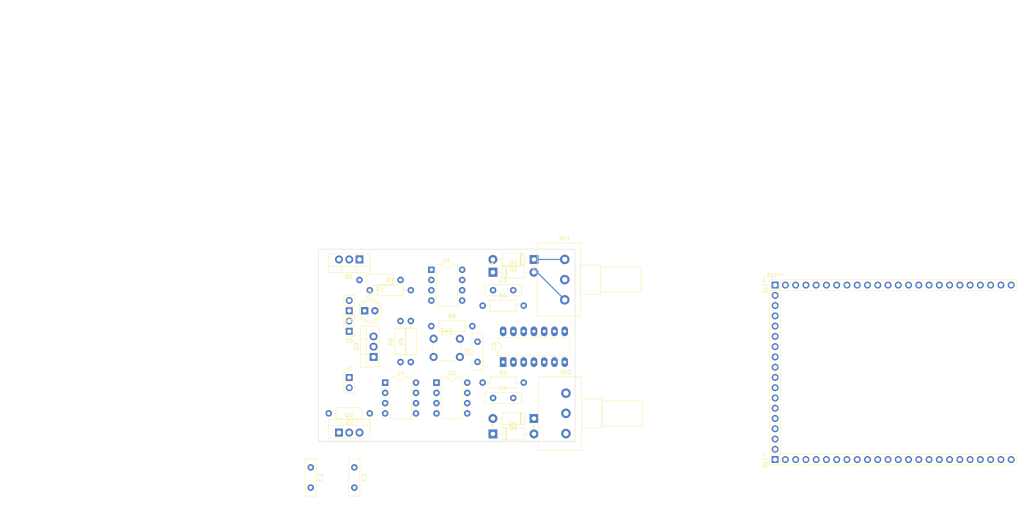
<source format=kicad_pcb>
(kicad_pcb (version 20211014) (generator pcbnew)
  (layers (0 "F.Cu" signal) (31 "B.Cu" signal) (34 "B.Paste" user) (35 "F.Paste" user) (36 "B.SilkS" user "B.Silkscreen") (37 "F.SilkS" user "F.Silkscreen") (38 "B.Mask" user) (39 "F.Mask" user) (44 "Edge.Cuts" user))
  (net 0 "")
  (net 1 "Net-(C1-Pad1)")
  (net 2 "Net-(D1-Pad2)")
  (net 3 "Net-(D3-Pad1)")
  (net 4 "GND")
  (net 5 "Net-(C2-Pad1)")
  (net 6 "+5V")
  (net 7 "Net-(C3-Pad1)")
  (net 8 "Net-(R1-Pad1)")
  (net 9 "Net-(C4-Pad1)")
  (net 10 "Net-(D1-Pad1)")
  (net 11 "Net-(D6-Pad1)")
  (net 12 "Net-(D2-Pad1)")
  (net 13 "Net-(Q2-Pad1)")
  (net 14 "Net-(R2-Pad1)")
  (net 15 "Net-(U1-Pad3)")
  (net 16 "Net-(U2-Pad3)")
  (net 17 "Net-(D4-Pad1)")
  (net 18 "Net-(D4-Pad2)")
  (net 19 "Net-(D5-Pad1)")
  (net 20 "Net-(Q1-Pad1)")
  (net 25 "GNDD")
  (net 26 "Net-(C5-Pad1)")
  (net 27 "Net-(D7-Pad1)")
  (net 28 "Net-(D7-Pad2)")
  (net 29 "Net-(R5-Pad2)")
  (footprint "Connector_PinHeader_2.54mm:PinHeader_1x18_P2.54mm_Vertical" (layer "F.Cu") (at 218.44 92.075)
    (fp_text reference "REF**" (at 0 -2.33) (layer "F.SilkS"))
    (fp_text value "PinHeader_1x18_P2.54mm_Vertical")
    (fp_line (start -1.33 1.27) (end -1.33 44.51) (layer "F.SilkS") (width 0.12))
    (fp_line (start 1.33 1.27) (end 1.33 44.51) (layer "F.SilkS") (width 0.12))
    (fp_line (start -1.33 -1.33) (end 0 -1.33) (layer "F.SilkS") (width 0.12))
    (fp_line (start -1.33 44.51) (end 1.33 44.51) (layer "F.SilkS") (width 0.12))
    (fp_line (start -1.33 1.27) (end 1.33 1.27) (layer "F.SilkS") (width 0.12))
    (fp_line (start -1.33 0) (end -1.33 -1.33) (layer "F.SilkS") (width 0.12))
    (pad "1" thru_hole rect (at 0 0) (size 1.7 1.7) (drill 1) (layers *.Cu *.Mask))
    (pad "2" thru_hole oval (at 0 2.54) (size 1.7 1.7) (drill 1) (layers *.Cu *.Mask))
    (pad "3" thru_hole oval (at 0 5.08) (size 1.7 1.7) (drill 1) (layers *.Cu *.Mask))
    (pad "4" thru_hole oval (at 0 7.62) (size 1.7 1.7) (drill 1) (layers *.Cu *.Mask))
    (pad "5" thru_hole oval (at 0 10.16) (size 1.7 1.7) (drill 1) (layers *.Cu *.Mask))
    (pad "6" thru_hole oval (at 0 12.7) (size 1.7 1.7) (drill 1) (layers *.Cu *.Mask))
    (pad "7" thru_hole oval (at 0 15.24) (size 1.7 1.7) (drill 1) (layers *.Cu *.Mask))
    (pad "8" thru_hole oval (at 0 17.78) (size 1.7 1.7) (drill 1) (layers *.Cu *.Mask))
    (pad "9" thru_hole oval (at 0 20.32) (size 1.7 1.7) (drill 1) (layers *.Cu *.Mask))
    (pad "10" thru_hole oval (at 0 22.86) (size 1.7 1.7) (drill 1) (layers *.Cu *.Mask))
    (pad "11" thru_hole oval (at 0 25.4) (size 1.7 1.7) (drill 1) (layers *.Cu *.Mask))
    (pad "12" thru_hole oval (at 0 27.94) (size 1.7 1.7) (drill 1) (layers *.Cu *.Mask))
    (pad "13" thru_hole oval (at 0 30.48) (size 1.7 1.7) (drill 1) (layers *.Cu *.Mask))
    (pad "14" thru_hole oval (at 0 33.02) (size 1.7 1.7) (drill 1) (layers *.Cu *.Mask))
    (pad "15" thru_hole oval (at 0 35.56) (size 1.7 1.7) (drill 1) (layers *.Cu *.Mask))
    (pad "16" thru_hole oval (at 0 38.1) (size 1.7 1.7) (drill 1) (layers *.Cu *.Mask))
    (pad "17" thru_hole oval (at 0 40.64) (size 1.7 1.7) (drill 1) (layers *.Cu *.Mask))
    (pad "18" thru_hole oval (at 0 43.18) (size 1.7 1.7) (drill 1) (layers *.Cu *.Mask))
  )
  (footprint "Potentiometer_THT:Potentiometer_Alps_RK163_Single_Horizontal" (layer "F.Cu") (at 166.37 95.725)
    (fp_text reference "RV1" (at 0 -15.2) (layer "F.SilkS"))
    (fp_text value "R_Potentiometer")
    (fp_line (start -6.82 -14.07) (end 3.92 -14.07) (layer "F.SilkS") (width 0.12))
    (fp_line (start 8.92 -1.879) (end 18.92 -1.879) (layer "F.SilkS") (width 0.12))
    (fp_line (start 8.92 -8.62) (end 8.92 -1.38) (layer "F.SilkS") (width 0.12))
    (fp_line (start 3.92 -1.38) (end 8.92 -1.38) (layer "F.SilkS") (width 0.12))
    (fp_line (start 3.92 -8.62) (end 3.92 -1.38) (layer "F.SilkS") (width 0.12))
    (fp_line (start 3.92 -14.07) (end 3.92 4.07) (layer "F.SilkS") (width 0.12))
    (fp_line (start -6.82 4.07) (end 3.92 4.07) (layer "F.SilkS") (width 0.12))
    (fp_line (start 3.92 -8.62) (end 8.92 -8.62) (layer "F.SilkS") (width 0.12))
    (fp_line (start -6.82 -14.07) (end -6.82 4.07) (layer "F.SilkS") (width 0.12))
    (fp_line (start 18.92 -8.12) (end 18.92 -1.879) (layer "F.SilkS") (width 0.12))
    (fp_line (start 8.92 -8.12) (end 18.92 -8.12) (layer "F.SilkS") (width 0.12))
    (fp_line (start 8.92 -8.12) (end 8.92 -1.879) (layer "F.SilkS") (width 0.12))
    (pad "1" thru_hole circle (at 0 0) (size 2.34 2.34) (drill 1.3) (layers *.Cu *.Mask) (net 2 "Net-(D1-Pad2)"))
    (pad "2" thru_hole circle (at 0 -5) (size 2.34 2.34) (drill 1.3) (layers *.Cu *.Mask) (net 1 "Net-(C1-Pad1)"))
    (pad "3" thru_hole circle (at 0 -10) (size 2.34 2.34) (drill 1.3) (layers *.Cu *.Mask) (net 12 "Net-(D2-Pad1)"))
  )
  (footprint "Diode_THT:D_DO-41_SOD81_P10.16mm_Horizontal" (layer "F.Cu") (at 148.59 128.905)
    (fp_text reference "D5" (at 5.08 -2.47) (layer "F.SilkS"))
    (fp_text value "1N4001")
    (fp_text user "K" (at 0 -2.1) (layer "F.SilkS"))
    (fp_line (start 2.36 1.47) (end 7.8 1.47) (layer "F.SilkS") (width 0.12))
    (fp_line (start 7.8 1.47) (end 7.8 -1.47) (layer "F.SilkS") (width 0.12))
    (fp_line (start 3.26 -1.47) (end 3.26 1.47) (layer "F.SilkS") (width 0.12))
    (fp_line (start 3.38 -1.47) (end 3.38 1.47) (layer "F.SilkS") (width 0.12))
    (fp_line (start 1.34 0) (end 2.36 0) (layer "F.SilkS") (width 0.12))
    (fp_line (start 8.82 0) (end 7.8 0) (layer "F.SilkS") (width 0.12))
    (fp_line (start 7.8 -1.47) (end 2.36 -1.47) (layer "F.SilkS") (width 0.12))
    (fp_line (start 2.36 -1.47) (end 2.36 1.47) (layer "F.SilkS") (width 0.12))
    (fp_line (start 3.14 -1.47) (end 3.14 1.47) (layer "F.SilkS") (width 0.12))
    (pad "1" thru_hole rect (at 0 0) (size 2.2 2.2) (drill 1.1) (layers *.Cu *.Mask) (net 19 "Net-(D5-Pad1)"))
    (pad "2" thru_hole oval (at 10.16 0) (size 2.2 2.2) (drill 1.1) (layers *.Cu *.Mask) (net 17 "Net-(D4-Pad1)"))
  )
  (footprint "Button_Switch_THT:SW_PUSH_6mm" (layer "F.Cu") (at 133.91 105.355)
    (fp_text reference "SW1" (at 3.25 -2) (layer "F.SilkS"))
    (fp_text value "SW_DIP_x02")
    (fp_line (start 1 5.5) (end 5.5 5.5) (layer "F.SilkS") (width 0.12))
    (fp_line (start 5.5 -1) (end 1 -1) (layer "F.SilkS") (width 0.12))
    (fp_line (start 6.75 3) (end 6.75 1.5) (layer "F.SilkS") (width 0.12))
    (fp_line (start -0.25 1.5) (end -0.25 3) (layer "F.SilkS") (width 0.12))
    (pad "1" thru_hole circle (at 0 0 90) (size 2 2) (drill 1.1) (layers *.Cu *.Mask) (net 29 "Net-(R5-Pad2)"))
    (pad "1" thru_hole circle (at 6.5 0 90) (size 2 2) (drill 1.1) (layers *.Cu *.Mask) (net 29 "Net-(R5-Pad2)"))
    (pad "2" thru_hole circle (at 6.5 4.5 90) (size 2 2) (drill 1.1) (layers *.Cu *.Mask))
    (pad "2" thru_hole circle (at 0 4.5 90) (size 2 2) (drill 1.1) (layers *.Cu *.Mask))
  )
  (footprint "Connector_PinHeader_2.54mm:PinHeader_1x02_P2.54mm_Vertical" (layer "F.Cu") (at 113.03 98.425 180)
    (fp_text reference "D3" (at 0 -2.33) (layer "F.SilkS"))
    (fp_text value "LED_Series")
    (fp_line (start 1.33 1.27) (end 1.33 3.87) (layer "F.SilkS") (width 0.12))
    (fp_line (start -1.33 1.27) (end -1.33 3.87) (layer "F.SilkS") (width 0.12))
    (fp_line (start -1.33 0) (end -1.33 -1.33) (layer "F.SilkS") (width 0.12))
    (fp_line (start -1.33 3.87) (end 1.33 3.87) (layer "F.SilkS") (width 0.12))
    (fp_line (start -1.33 -1.33) (end 0 -1.33) (layer "F.SilkS") (width 0.12))
    (fp_line (start -1.33 1.27) (end 1.33 1.27) (layer "F.SilkS") (width 0.12))
    (pad "1" thru_hole rect (at 0 0 180) (size 1.7 1.7) (drill 1) (layers *.Cu *.Mask) (net 3 "Net-(D3-Pad1)"))
    (pad "2" thru_hole oval (at 0 2.54 180) (size 1.7 1.7) (drill 1) (layers *.Cu *.Mask) (net 6 "+5V"))
  )
  (footprint "Resistor_THT:R_Axial_DIN0207_L6.3mm_D2.5mm_P10.16mm_Horizontal" (layer "F.Cu") (at 125.73 90.805 180)
    (fp_text reference "R1" (at 5.08 -2.37) (layer "F.SilkS"))
    (fp_text value "200")
    (fp_line (start 1.81 1.37) (end 8.35 1.37) (layer "F.SilkS") (width 0.12))
    (fp_line (start 8.35 -1.37) (end 1.81 -1.37) (layer "F.SilkS") (width 0.12))
    (fp_line (start 1.81 -1.37) (end 1.81 1.37) (layer "F.SilkS") (width 0.12))
    (fp_line (start 8.35 1.37) (end 8.35 -1.37) (layer "F.SilkS") (width 0.12))
    (fp_line (start 9.12 0) (end 8.35 0) (layer "F.SilkS") (width 0.12))
    (fp_line (start 1.04 0) (end 1.81 0) (layer "F.SilkS") (width 0.12))
    (pad "1" thru_hole circle (at 0 0 180) (size 1.6 1.6) (drill 0.8) (layers *.Cu *.Mask) (net 8 "Net-(R1-Pad1)"))
    (pad "2" thru_hole oval (at 10.16 0 180) (size 1.6 1.6) (drill 0.8) (layers *.Cu *.Mask) (net 20 "Net-(Q1-Pad1)"))
  )
  (footprint "Capacitor_THT:C_Disc_D9.0mm_W2.5mm_P5.00mm" (layer "F.Cu") (at 103.505 137.2 -90)
    (fp_text reference "C2" (at 2.5 -2.5 90) (layer "F.SilkS"))
    (fp_text value "0.22uF")
    (fp_line (start -2.12 -1.37) (end 7.12 -1.37) (layer "F.SilkS") (width 0.12))
    (fp_line (start 7.12 -1.37) (end 7.12 1.37) (layer "F.SilkS") (width 0.12))
    (fp_line (start -2.12 -1.37) (end -2.12 1.37) (layer "F.SilkS") (width 0.12))
    (fp_line (start -2.12 1.37) (end 7.12 1.37) (layer "F.SilkS") (width 0.12))
    (pad "1" thru_hole circle (at 0 0 270) (size 1.6 1.6) (drill 0.8) (layers *.Cu *.Mask) (net 5 "Net-(C2-Pad1)"))
    (pad "2" thru_hole circle (at 5 0 270) (size 1.6 1.6) (drill 0.8) (layers *.Cu *.Mask) (net 25 "GNDD"))
  )
  (footprint "Connector_PinHeader_2.54mm:PinHeader_1x02_P2.54mm_Vertical" (layer "F.Cu") (at 113.03 114.935)
    (fp_text reference "J1" (at 0 -2.33) (layer "F.SilkS"))
    (fp_text value "Conn_01x02_Male")
    (fp_line (start -1.33 1.27) (end -1.33 3.87) (layer "F.SilkS") (width 0.12))
    (fp_line (start -1.33 3.87) (end 1.33 3.87) (layer "F.SilkS") (width 0.12))
    (fp_line (start 1.33 1.27) (end 1.33 3.87) (layer "F.SilkS") (width 0.12))
    (fp_line (start -1.33 -1.33) (end 0 -1.33) (layer "F.SilkS") (width 0.12))
    (fp_line (start -1.33 0) (end -1.33 -1.33) (layer "F.SilkS") (width 0.12))
    (fp_line (start -1.33 1.27) (end 1.33 1.27) (layer "F.SilkS") (width 0.12))
    (pad "1" thru_hole rect (at 0 0) (size 1.7 1.7) (drill 1) (layers *.Cu *.Mask) (net 6 "+5V"))
    (pad "2" thru_hole oval (at 0 2.54) (size 1.7 1.7) (drill 1) (layers *.Cu *.Mask) (net 25 "GNDD"))
  )
  (footprint "Package_DIP:DIP-14_W7.62mm_LongPads" (layer "F.Cu") (at 151.125 111.14 90)
    (fp_text reference "U3" (at 3.81 -2.33 90) (layer "F.SilkS"))
    (fp_text value "74HC04")
    (fp_line (start 1.56 -1.33) (end 1.56 16.57) (layer "F.SilkS") (width 0.12))
    (fp_line (start 2.81 -1.33) (end 1.56 -1.33) (layer "F.SilkS") (width 0.12))
    (fp_line (start 6.06 16.57) (end 6.06 -1.33) (layer "F.SilkS") (width 0.12))
    (fp_line (start 1.56 16.57) (end 6.06 16.57) (layer "F.SilkS") (width 0.12))
    (fp_line (start 6.06 -1.33) (end 4.81 -1.33) (layer "F.SilkS") (width 0.12))
    (fp_arc (start 4.81 -1.33) (mid 3.81 -0.33) (end 2.81 -1.33) (layer "F.SilkS") (width 0.12))
    (pad "1" thru_hole rect (at 0 0 90) (size 2.4 1.6) (drill 0.8) (layers *.Cu *.Mask) (net 15 "Net-(U1-Pad3)"))
    (pad "2" thru_hole oval (at 0 2.54 90) (size 2.4 1.6) (drill 0.8) (layers *.Cu *.Mask) (net 8 "Net-(R1-Pad1)"))
    (pad "3" thru_hole oval (at 0 5.08 90) (size 2.4 1.6) (drill 0.8) (layers *.Cu *.Mask) (net 16 "Net-(U2-Pad3)"))
    (pad "4" thru_hole oval (at 0 7.62 90) (size 2.4 1.6) (drill 0.8) (layers *.Cu *.Mask) (net 14 "Net-(R2-Pad1)"))
    (pad "5" thru_hole oval (at 0 10.16 90) (size 2.4 1.6) (drill 0.8) (layers *.Cu *.Mask) (net 25 "GNDD"))
    (pad "6" thru_hole oval (at 0 12.7 90) (size 2.4 1.6) (drill 0.8) (layers *.Cu *.Mask))
    (pad "7" thru_hole oval (at 0 15.24 90) (size 2.4 1.6) (drill 0.8) (layers *.Cu *.Mask) (net 25 "GNDD"))
    (pad "8" thru_hole oval (at 7.62 15.24 90) (size 2.4 1.6) (drill 0.8) (layers *.Cu *.Mask))
    (pad "9" thru_hole oval (at 7.62 12.7 90) (size 2.4 1.6) (drill 0.8) (layers *.Cu *.Mask) (net 25 "GNDD"))
    (pad "10" thru_hole oval (at 7.62 10.16 90) (size 2.4 1.6) (drill 0.8) (layers *.Cu *.Mask))
    (pad "11" thru_hole oval (at 7.62 7.62 90) (size 2.4 1.6) (drill 0.8) (layers *.Cu *.Mask) (net 25 "GNDD"))
    (pad "12" thru_hole oval (at 7.62 5.08 90) (size 2.4 1.6) (drill 0.8) (layers *.Cu *.Mask))
    (pad "13" thru_hole oval (at 7.62 2.54 90) (size 2.4 1.6) (drill 0.8) (layers *.Cu *.Mask) (net 25 "GNDD"))
    (pad "14" thru_hole oval (at 7.62 0 90) (size 2.4 1.6) (drill 0.8) (layers *.Cu *.Mask) (net 6 "+5V"))
  )
  (footprint "Connector_PinHeader_2.54mm:PinHeader_1x02_P2.54mm_Vertical" (layer "F.Cu") (at 113.03 103.505 180)
    (fp_text reference "D6" (at 0 -2.33) (layer "F.SilkS"))
    (fp_text value "LED_Series")
    (fp_line (start -1.33 1.27) (end -1.33 3.87) (layer "F.SilkS") (width 0.12))
    (fp_line (start -1.33 3.87) (end 1.33 3.87) (layer "F.SilkS") (width 0.12))
    (fp_line (start -1.33 0) (end -1.33 -1.33) (layer "F.SilkS") (width 0.12))
    (fp_line (start -1.33 -1.33) (end 0 -1.33) (layer "F.SilkS") (width 0.12))
    (fp_line (start 1.33 1.27) (end 1.33 3.87) (layer "F.SilkS") (width 0.12))
    (fp_line (start -1.33 1.27) (end 1.33 1.27) (layer "F.SilkS") (width 0.12))
    (pad "1" thru_hole rect (at 0 0 180) (size 1.7 1.7) (drill 1) (layers *.Cu *.Mask) (net 11 "Net-(D6-Pad1)"))
    (pad "2" thru_hole oval (at 0 2.54 180) (size 1.7 1.7) (drill 1) (layers *.Cu *.Mask) (net 6 "+5V"))
  )
  (footprint "Diode_THT:D_DO-41_SOD81_P10.16mm_Horizontal" (layer "F.Cu") (at 148.59 88.9)
    (fp_text reference "D1" (at 5.08 -2.47) (layer "F.SilkS"))
    (fp_text value "1N4001")
    (fp_text user "K" (at 0 -2.1) (layer "F.SilkS"))
    (fp_line (start 3.14 -1.47) (end 3.14 1.47) (layer "F.SilkS") (width 0.12))
    (fp_line (start 7.8 -1.47) (end 2.36 -1.47) (layer "F.SilkS") (width 0.12))
    (fp_line (start 7.8 1.47) (end 7.8 -1.47) (layer "F.SilkS") (width 0.12))
    (fp_line (start 2.36 -1.47) (end 2.36 1.47) (layer "F.SilkS") (width 0.12))
    (fp_line (start 1.34 0) (end 2.36 0) (layer "F.SilkS") (width 0.12))
    (fp_line (start 8.82 0) (end 7.8 0) (layer "F.SilkS") (width 0.12))
    (fp_line (start 3.26 -1.47) (end 3.26 1.47) (layer "F.SilkS") (width 0.12))
    (fp_line (start 3.38 -1.47) (end 3.38 1.47) (layer "F.SilkS") (width 0.12))
    (fp_line (start 2.36 1.47) (end 7.8 1.47) (layer "F.SilkS") (width 0.12))
    (pad "1" thru_hole rect (at 0 0) (size 2.2 2.2) (drill 1.1) (layers *.Cu *.Mask) (net 10 "Net-(D1-Pad1)"))
    (pad "2" thru_hole oval (at 10.16 0) (size 2.2 2.2) (drill 1.1) (layers *.Cu *.Mask) (net 2 "Net-(D1-Pad2)"))
  )
  (footprint "Package_DIP:DIP-8_W7.62mm" (layer "F.Cu") (at 134.62 116.215)
    (fp_text reference "U2" (at 3.81 -2.33) (layer "F.SilkS"))
    (fp_text value "LM555xN")
    (fp_line (start 1.16 8.95) (end 6.46 8.95) (layer "F.SilkS") (width 0.12))
    (fp_line (start 6.46 8.95) (end 6.46 -1.33) (layer "F.SilkS") (width 0.12))
    (fp_line (start 1.16 -1.33) (end 1.16 8.95) (layer "F.SilkS") (width 0.12))
    (fp_line (start 2.81 -1.33) (end 1.16 -1.33) (layer "F.SilkS") (width 0.12))
    (fp_line (start 6.46 -1.33) (end 4.81 -1.33) (layer "F.SilkS") (width 0.12))
    (fp_arc (start 4.81 -1.33) (mid 3.81 -0.33) (end 2.81 -1.33) (layer "F.SilkS") (width 0.12))
    (pad "1" thru_hole rect (at 0 0) (size 1.6 1.6) (drill 0.8) (layers *.Cu *.Mask) (net 25 "GNDD"))
    (pad "2" thru_hole oval (at 0 2.54) (size 1.6 1.6) (drill 0.8) (layers *.Cu *.Mask) (net 9 "Net-(C4-Pad1)"))
    (pad "3" thru_hole oval (at 0 5.08) (size 1.6 1.6) (drill 0.8) (layers *.Cu *.Mask) (net 16 "Net-(U2-Pad3)"))
    (pad "4" thru_hole oval (at 0 7.62) (size 1.6 1.6) (drill 0.8) (layers *.Cu *.Mask) (net 6 "+5V"))
    (pad "5" thru_hole oval (at 7.62 7.62) (size 1.6 1.6) (drill 0.8) (layers *.Cu *.Mask) (net 7 "Net-(C3-Pad1)"))
    (pad "6" thru_hole oval (at 7.62 5.08) (size 1.6 1.6) (drill 0.8) (layers *.Cu *.Mask) (net 9 "Net-(C4-Pad1)"))
    (pad "7" thru_hole oval (at 7.62 2.54) (size 1.6 1.6) (drill 0.8) (layers *.Cu *.Mask) (net 17 "Net-(D4-Pad1)"))
    (pad "8" thru_hole oval (at 7.62 0) (size 1.6 1.6) (drill 0.8) (layers *.Cu *.Mask) (net 6 "+5V"))
  )
  (footprint "Resistor_THT:R_Axial_DIN0207_L6.3mm_D2.5mm_P10.16mm_Horizontal" (layer "F.Cu") (at 128.27 111.125 90)
    (fp_text reference "R5" (at 5.08 -2.37 90) (layer "F.SilkS"))
    (fp_text value "10K")
    (fp_line (start 8.35 -1.37) (end 1.81 -1.37) (layer "F.SilkS") (width 0.12))
    (fp_line (start 1.04 0) (end 1.81 0) (layer "F.SilkS") (width 0.12))
    (fp_line (start 1.81 -1.37) (end 1.81 1.37) (layer "F.SilkS") (width 0.12))
    (fp_line (start 1.81 1.37) (end 8.35 1.37) (layer "F.SilkS") (width 0.12))
    (fp_line (start 8.35 1.37) (end 8.35 -1.37) (layer "F.SilkS") (width 0.12))
    (fp_line (start 9.12 0) (end 8.35 0) (layer "F.SilkS") (width 0.12))
    (pad "1" thru_hole circle (at 0 0 90) (size 1.6 1.6) (drill 0.8) (layers *.Cu *.Mask) (net 6 "+5V"))
    (pad "2" thru_hole oval (at 10.16 0 90) (size 1.6 1.6) (drill 0.8) (layers *.Cu *.Mask) (net 29 "Net-(R5-Pad2)"))
  )
  (footprint "Resistor_THT:R_Axial_DIN0207_L6.3mm_D2.5mm_P10.16mm_Horizontal" (layer "F.Cu") (at 118.11 123.825 180)
    (fp_text reference "R2" (at 5.08 -2.37) (layer "F.SilkS"))
    (fp_text value "200")
    (fp_line (start 1.81 1.37) (end 8.35 1.37) (layer "F.SilkS") (width 0.12))
    (fp_line (start 8.35 1.37) (end 8.35 -1.37) (layer "F.SilkS") (width 0.12))
    (fp_line (start 8.35 -1.37) (end 1.81 -1.37) (layer "F.SilkS") (width 0.12))
    (fp_line (start 1.04 0) (end 1.81 0) (layer "F.SilkS") (width 0.12))
    (fp_line (start 1.81 -1.37) (end 1.81 1.37) (layer "F.SilkS") (width 0.12))
    (fp_line (start 9.12 0) (end 8.35 0) (layer "F.SilkS") (width 0.12))
    (pad "1" thru_hole circle (at 0 0 180) (size 1.6 1.6) (drill 0.8) (layers *.Cu *.Mask) (net 14 "Net-(R2-Pad1)"))
    (pad "2" thru_hole oval (at 10.16 0 180) (size 1.6 1.6) (drill 0.8) (layers *.Cu *.Mask) (net 13 "Net-(Q2-Pad1)"))
  )
  (footprint "Resistor_THT:R_Axial_DIN0207_L6.3mm_D2.5mm_P10.16mm_Horizontal" (layer "F.Cu") (at 146.05 97.155)
    (fp_text reference "R4" (at 5.08 -2.37) (layer "F.SilkS"))
    (fp_text value "1K")
    (fp_line (start 1.81 1.37) (end 8.35 1.37) (layer "F.SilkS") (width 0.12))
    (fp_line (start 1.04 0) (end 1.81 0) (layer "F.SilkS") (width 0.12))
    (fp_line (start 9.12 0) (end 8.35 0) (layer "F.SilkS") (width 0.12))
    (fp_line (start 8.35 -1.37) (end 1.81 -1.37) (layer "F.SilkS") (width 0.12))
    (fp_line (start 8.35 1.37) (end 8.35 -1.37) (layer "F.SilkS") (width 0.12))
    (fp_line (start 1.81 -1.37) (end 1.81 1.37) (layer "F.SilkS") (width 0.12))
    (pad "1" thru_hole circle (at 0 0) (size 1.6 1.6) (drill 0.8) (layers *.Cu *.Mask) (net 6 "+5V"))
    (pad "2" thru_hole oval (at 10.16 0) (size 1.6 1.6) (drill 0.8) (layers *.Cu *.Mask) (net 10 "Net-(D1-Pad1)"))
  )
  (footprint "Diode_THT:D_DO-41_SOD81_P10.16mm_Horizontal" (layer "F.Cu") (at 158.75 85.725 180)
    (fp_text reference "D2" (at 5.08 -2.47) (layer "F.SilkS"))
    (fp_text value "1N4001")
    (fp_text user "K" (at 0 -2.1) (layer "F.SilkS"))
    (fp_line (start 7.8 1.47) (end 7.8 -1.47) (layer "F.SilkS") (width 0.12))
    (fp_line (start 2.36 1.47) (end 7.8 1.47) (layer "F.SilkS") (width 0.12))
    (fp_line (start 3.38 -1.47) (end 3.38 1.47) (layer "F.SilkS") (width 0.12))
    (fp_line (start 2.36 -1.47) (end 2.36 1.47) (layer "F.SilkS") (width 0.12))
    (fp_line (start 3.26 -1.47) (end 3.26 1.47) (layer "F.SilkS") (width 0.12))
    (fp_line (start 3.14 -1.47) (end 3.14 1.47) (layer "F.SilkS") (width 0.12))
    (fp_line (start 7.8 -1.47) (end 2.36 -1.47) (layer "F.SilkS") (width 0.12))
    (fp_line (start 1.34 0) (end 2.36 0) (layer "F.SilkS") (width 0.12))
    (fp_line (start 8.82 0) (end 7.8 0) (layer "F.SilkS") (width 0.12))
    (pad "1" thru_hole rect (at 0 0 180) (size 2.2 2.2) (drill 1.1) (layers *.Cu *.Mask) (net 12 "Net-(D2-Pad1)"))
    (pad "2" thru_hole oval (at 10.16 0 180) (size 2.2 2.2) (drill 1.1) (layers *.Cu *.Mask) (net 10 "Net-(D1-Pad1)"))
  )
  (footprint "Diode_THT:D_DO-41_SOD81_P10.16mm_Horizontal" (layer "F.Cu") (at 158.75 125.095 180)
    (fp_text reference "D4" (at 5.08 -2.47) (layer "F.SilkS"))
    (fp_text value "1N4001")
    (fp_text user "K" (at 0 -2.1) (layer "F.SilkS"))
    (fp_line (start 2.36 1.47) (end 7.8 1.47) (layer "F.SilkS") (width 0.12))
    (fp_line (start 7.8 1.47) (end 7.8 -1.47) (layer "F.SilkS") (width 0.12))
    (fp_line (start 3.26 -1.47) (end 3.26 1.47) (layer "F.SilkS") (width 0.12))
    (fp_line (start 7.8 -1.47) (end 2.36 -1.47) (layer "F.SilkS") (width 0.12))
    (fp_line (start 8.82 0) (end 7.8 0) (layer "F.SilkS") (width 0.12))
    (fp_line (start 3.38 -1.47) (end 3.38 1.47) (layer "F.SilkS") (width 0.12))
    (fp_line (start 2.36 -1.47) (end 2.36 1.47) (layer "F.SilkS") (width 0.12))
    (fp_line (start 1.34 0) (end 2.36 0) (layer "F.SilkS") (width 0.12))
    (fp_line (start 3.14 -1.47) (end 3.14 1.47) (layer "F.SilkS") (width 0.12))
    (pad "1" thru_hole rect (at 0 0 180) (size 2.2 2.2) (drill 1.1) (layers *.Cu *.Mask) (net 17 "Net-(D4-Pad1)"))
    (pad "2" thru_hole oval (at 10.16 0 180) (size 2.2 2.2) (drill 1.1) (layers *.Cu *.Mask) (net 18 "Net-(D4-Pad2)"))
  )
  (footprint "Capacitor_THT:C_Disc_D9.0mm_W2.5mm_P5.00mm" (layer "F.Cu") (at 114.3 137.2 -90)
    (fp_text reference "C3" (at 2.5 -2.5 90) (layer "F.SilkS"))
    (fp_text value "0.22uF")
    (fp_line (start -2.12 -1.37) (end -2.12 1.37) (layer "F.SilkS") (width 0.12))
    (fp_line (start 7.12 -1.37) (end 7.12 1.37) (layer "F.SilkS") (width 0.12))
    (fp_line (start -2.12 1.37) (end 7.12 1.37) (layer "F.SilkS") (width 0.12))
    (fp_line (start -2.12 -1.37) (end 7.12 -1.37) (layer "F.SilkS") (width 0.12))
    (pad "1" thru_hole circle (at 0 0 270) (size 1.6 1.6) (drill 0.8) (layers *.Cu *.Mask) (net 7 "Net-(C3-Pad1)"))
    (pad "2" thru_hole circle (at 5 0 270) (size 1.6 1.6) (drill 0.8) (layers *.Cu *.Mask) (net 25 "GNDD"))
  )
  (footprint "Package_DIP:DIP-8_W7.62mm" (layer "F.Cu") (at 121.93 116.215)
    (fp_text reference "U4" (at 3.81 -2.33) (layer "F.SilkS"))
    (fp_text value "LM555xN")
    (fp_line (start 1.16 8.95) (end 6.46 8.95) (layer "F.SilkS") (width 0.12))
    (fp_line (start 6.46 8.95) (end 6.46 -1.33) (layer "F.SilkS") (width 0.12))
    (fp_line (start 1.16 -1.33) (end 1.16 8.95) (layer "F.SilkS") (width 0.12))
    (fp_line (start 2.81 -1.33) (end 1.16 -1.33) (layer "F.SilkS") (width 0.12))
    (fp_line (start 6.46 -1.33) (end 4.81 -1.33) (layer "F.SilkS") (width 0.12))
    (fp_arc (start 4.81 -1.33) (mid 3.81 -0.33) (end 2.81 -1.33) (layer "F.SilkS") (width 0.12))
    (pad "1" thru_hole rect (at 0 0) (size 1.6 1.6) (drill 0.8) (layers *.Cu *.Mask) (net 4 "GND"))
    (pad "2" thru_hole oval (at 0 2.54) (size 1.6 1.6) (drill 0.8) (layers *.Cu *.Mask) (net 29 "Net-(R5-Pad2)"))
    (pad "3" thru_hole oval (at 0 5.08) (size 1.6 1.6) (drill 0.8) (layers *.Cu *.Mask) (net 28 "Net-(D7-Pad2)"))
    (pad "4" thru_hole oval (at 0 7.62) (size 1.6 1.6) (drill 0.8) (layers *.Cu *.Mask) (net 6 "+5V"))
    (pad "5" thru_hole oval (at 7.62 7.62) (size 1.6 1.6) (drill 0.8) (layers *.Cu *.Mask))
    (pad "6" thru_hole oval (at 7.62 5.08) (size 1.6 1.6) (drill 0.8) (layers *.Cu *.Mask) (net 29 "Net-(R5-Pad2)"))
    (pad "7" thru_hole oval (at 7.62 2.54) (size 1.6 1.6) (drill 0.8) (layers *.Cu *.Mask))
    (pad "8" thru_hole oval (at 7.62 0) (size 1.6 1.6) (drill 0.8) (layers *.Cu *.Mask) (net 6 "+5V"))
  )
  (footprint "Capacitor_THT:C_Disc_D9.0mm_W2.5mm_P5.00mm" (layer "F.Cu") (at 148.63 93.345)
    (fp_text reference "C1" (at 2.5 -2.5) (layer "F.SilkS"))
    (fp_text value "0.1uF")
    (fp_line (start -2.12 -1.37) (end 7.12 -1.37) (layer "F.SilkS") (width 0.12))
    (fp_line (start -2.12 -1.37) (end -2.12 1.37) (layer "F.SilkS") (width 0.12))
    (fp_line (start -2.12 1.37) (end 7.12 1.37) (layer "F.SilkS") (width 0.12))
    (fp_line (start 7.12 -1.37) (end 7.12 1.37) (layer "F.SilkS") (width 0.12))
    (pad "1" thru_hole circle (at 0 0) (size 1.6 1.6) (drill 0.8) (layers *.Cu *.Mask) (net 1 "Net-(C1-Pad1)"))
    (pad "2" thru_hole circle (at 5 0) (size 1.6 1.6) (drill 0.8) (layers *.Cu *.Mask) (net 25 "GNDD"))
  )
  (footprint "Resistor_THT:R_Axial_DIN0207_L6.3mm_D2.5mm_P10.16mm_Horizontal" (layer "F.Cu") (at 118.11 93.345)
    (fp_text reference "R7" (at 5.08 -2.37) (layer "F.SilkS"))
    (fp_text value "470")
    (fp_line (start 8.35 -1.37) (end 1.81 -1.37) (layer "F.SilkS") (width 0.12))
    (fp_line (start 1.04 0) (end 1.81 0) (layer "F.SilkS") (width 0.12))
    (fp_line (start 1.81 1.37) (end 8.35 1.37) (layer "F.SilkS") (width 0.12))
    (fp_line (start 1.81 -1.37) (end 1.81 1.37) (layer "F.SilkS") (width 0.12))
    (fp_line (start 8.35 1.37) (end 8.35 -1.37) (layer "F.SilkS") (width 0.12))
    (fp_line (start 9.12 0) (end 8.35 0) (layer "F.SilkS") (width 0.12))
    (pad "1" thru_hole circle (at 0 0) (size 1.6 1.6) (drill 0.8) (layers *.Cu *.Mask) (net 27 "Net-(D7-Pad1)"))
    (pad "2" thru_hole oval (at 10.16 0) (size 1.6 1.6) (drill 0.8) (layers *.Cu *.Mask) (net 4 "GND"))
  )
  (footprint "Capacitor_THT:C_Disc_D9.0mm_W2.5mm_P5.00mm" (layer "F.Cu") (at 144.78 111.085 90)
    (fp_text reference "C5" (at 2.5 -2.5 90) (layer "F.SilkS"))
    (fp_text value "1uF")
    (fp_line (start 7.12 -1.37) (end 7.12 1.37) (layer "F.SilkS") (width 0.12))
    (fp_line (start -2.12 -1.37) (end -2.12 1.37) (layer "F.SilkS") (width 0.12))
    (fp_line (start -2.12 -1.37) (end 7.12 -1.37) (layer "F.SilkS") (width 0.12))
    (fp_line (start -2.12 1.37) (end 7.12 1.37) (layer "F.SilkS") (width 0.12))
    (pad "1" thru_hole circle (at 0 0 90) (size 1.6 1.6) (drill 0.8) (layers *.Cu *.Mask) (net 26 "Net-(C5-Pad1)"))
    (pad "2" thru_hole circle (at 5 0 90) (size 1.6 1.6) (drill 0.8) (layers *.Cu *.Mask) (net 4 "GND"))
  )
  (footprint "Package_TO_SOT_THT:TO-220-3_Vertical" (layer "F.Cu") (at 119.055 109.855 90)
    (fp_text reference "Q3" (at 2.54 -4.27 90) (layer "F.SilkS"))
    (fp_text value "IRLB8721PBF")
    (fp_line (start -2.58 -3.27) (end -2.58 1.371) (layer "F.SilkS") (width 0.12))
    (fp_line (start -2.58 1.371) (end 7.66 1.371) (layer "F.SilkS") (width 0.12))
    (fp_line (start 7.66 -3.27) (end 7.66 1.371) (layer "F.SilkS") (width 0.12))
    (fp_line (start -2.58 -3.27) (end 7.66 -3.27) (layer "F.SilkS") (width 0.12))
    (fp_line (start 0.69 -3.27) (end 0.69 -1.76) (layer "F.SilkS") (width 0.12))
    (fp_line (start -2.58 -1.76) (end 7.66 -1.76) (layer "F.SilkS") (width 0.12))
    (fp_line (start 4.391 -3.27) (end 4.391 -1.76) (layer "F.SilkS") (width 0.12))
    (pad "1" thru_hole rect (at 0 0 90) (size 1.905 2) (drill 1.1) (layers *.Cu *.Mask) (net 28 "Net-(D7-Pad2)"))
    (pad "2" thru_hole oval (at 2.54 0 90) (size 1.905 2) (drill 1.1) (layers *.Cu *.Mask) (net 25 "GNDD"))
    (pad "3" thru_hole oval (at 5.08 0 90) (size 1.905 2) (drill 1.1) (layers *.Cu *.Mask) (net 4 "GND"))
  )
  (footprint "Connector_PinHeader_2.54mm:PinHeader_1x24_P2.54mm_Vertical" (layer "F.Cu") (at 218.44 135.255 90)
    (fp_text reference "REF**" (at 0 -2.33 90) (layer "F.SilkS"))
    (fp_text value "PinHeader_1x24_P2.54mm_Vertical")
    (fp_line (start -1.33 59.75) (end 1.33 59.75) (layer "F.SilkS") (width 0.12))
    (fp_line (start -1.33 0) (end -1.33 -1.33) (layer "F.SilkS") (width 0.12))
    (fp_line (start -1.33 1.27) (end -1.33 59.75) (layer "F.SilkS") (width 0.12))
    (fp_line (start 1.33 1.27) (end 1.33 59.75) (layer "F.SilkS") (width 0.12))
    (fp_line (start -1.33 -1.33) (end 0 -1.33) (layer "F.SilkS") (width 0.12))
    (fp_line (start -1.33 1.27) (end 1.33 1.27) (layer "F.SilkS") (width 0.12))
    (pad "1" thru_hole rect (at 0 0 90) (size 1.7 1.7) (drill 1) (layers *.Cu *.Mask))
    (pad "2" thru_hole oval (at 0 2.54 90) (size 1.7 1.7) (drill 1) (layers *.Cu *.Mask))
    (pad "3" thru_hole oval (at 0 5.08 90) (size 1.7 1.7) (drill 1) (layers *.Cu *.Mask))
    (pad "4" thru_hole oval (at 0 7.62 90) (size 1.7 1.7) (drill 1) (layers *.Cu *.Mask))
    (pad "5" thru_hole oval (at 0 10.16 90) (size 1.7 1.7) (drill 1) (layers *.Cu *.Mask))
    (pad "6" thru_hole oval (at 0 12.7 90) (size 1.7 1.7) (drill 1) (layers *.Cu *.Mask))
    (pad "7" thru_hole oval (at 0 15.24 90) (size 1.7 1.7) (drill 1) (layers *.Cu *.Mask))
    (pad "8" thru_hole oval (at 0 17.78 90) (size 1.7 1.7) (drill 1) (layers *.Cu *.Mask))
    (pad "9" thru_hole oval (at 0 20.32 90) (size 1.7 1.7) (drill 1) (layers *.Cu *.Mask))
    (pad "10" thru_hole oval (at 0 22.86 90) (size 1.7 1.7) (drill 1) (layers *.Cu *.Mask))
    (pad "11" thru_hole oval (at 0 25.4 90) (size 1.7 1.7) (drill 1) (layers *.Cu *.Mask))
    (pad "12" thru_hole oval (at 0 27.94 90) (size 1.7 1.7) (drill 1) (layers *.Cu *.Mask))
    (pad "13" thru_hole oval (at 0 30.48 90) (size 1.7 1.7) (drill 1) (layers *.Cu *.Mask))
    (pad "14" thru_hole oval (at 0 33.02 90) (size 1.7 1.7) (drill 1) (layers *.Cu *.Mask))
    (pad "15" thru_hole oval (at 0 35.56 90) (size 1.7 1.7) (drill 1) (layers *.Cu *.Mask))
    (pad "16" thru_hole oval (at 0 38.1 90) (size 1.7 1.7) (drill 1) (layers *.Cu *.Mask))
    (pad "17" thru_hole oval (at 0 40.64 90) (size 1.7 1.7) (drill 1) (layers *.Cu *.Mask))
    (pad "18" thru_hole oval (at 0 43.18 90) (size 1.7 1.7) (drill 1) (layers *.Cu *.Mask))
    (pad "19" thru_hole oval (at 0 45.72 90) (size 1.7 1.7) (drill 1) (layers *.Cu *.Mask))
    (pad "20" thru_hole oval (at 0 48.26 90) (size 1.7 1.7) (drill 1) (layers *.Cu *.Mask))
    (pad "21" thru_hole oval (at 0 50.8 90) (size 1.7 1.7) (drill 1) (layers *.Cu *.Mask))
    (pad "22" thru_hole oval (at 0 53.34 90) (size 1.7 1.7) (drill 1) (layers *.Cu *.Mask))
    (pad "23" thru_hole oval (at 0 55.88 90) (size 1.7 1.7) (drill 1) (layers *.Cu *.Mask))
    (pad "24" thru_hole oval (at 0 58.42 90) (size 1.7 1.7) (drill 1) (layers *.Cu *.Mask))
  )
  (footprint "Connector_PinHeader_2.54mm:PinHeader_1x24_P2.54mm_Vertical" (layer "F.Cu") (at 218.44 92.075 90)
    (fp_text reference "REF**" (at 0 -2.33 90) (layer "F.SilkS"))
    (fp_text value "PinHeader_1x24_P2.54mm_Vertical")
    (fp_line (start -1.33 59.75) (end 1.33 59.75) (layer "F.SilkS") (width 0.12))
    (fp_line (start -1.33 0) (end -1.33 -1.33) (layer "F.SilkS") (width 0.12))
    (fp_line (start -1.33 1.27) (end -1.33 59.75) (layer "F.SilkS") (width 0.12))
    (fp_line (start 1.33 1.27) (end 1.33 59.75) (layer "F.SilkS") (width 0.12))
    (fp_line (start -1.33 -1.33) (end 0 -1.33) (layer "F.SilkS") (width 0.12))
    (fp_line (start -1.33 1.27) (end 1.33 1.27) (layer "F.SilkS") (width 0.12))
    (pad "1" thru_hole rect (at 0 0 90) (size 1.7 1.7) (drill 1) (layers *.Cu *.Mask))
    (pad "2" thru_hole oval (at 0 2.54 90) (size 1.7 1.7) (drill 1) (layers *.Cu *.Mask))
    (pad "3" thru_hole oval (at 0 5.08 90) (size 1.7 1.7) (drill 1) (layers *.Cu *.Mask))
    (pad "4" thru_hole oval (at 0 7.62 90) (size 1.7 1.7) (drill 1) (layers *.Cu *.Mask))
    (pad "5" thru_hole oval (at 0 10.16 90) (size 1.7 1.7) (drill 1) (layers *.Cu *.Mask))
    (pad "6" thru_hole oval (at 0 12.7 90) (size 1.7 1.7) (drill 1) (layers *.Cu *.Mask))
    (pad "7" thru_hole oval (at 0 15.24 90) (size 1.7 1.7) (drill 1) (layers *.Cu *.Mask))
    (pad "8" thru_hole oval (at 0 17.78 90) (size 1.7 1.7) (drill 1) (layers *.Cu *.Mask))
    (pad "9" thru_hole oval (at 0 20.32 90) (size 1.7 1.7) (drill 1) (layers *.Cu *.Mask))
    (pad "10" thru_hole oval (at 0 22.86 90) (size 1.7 1.7) (drill 1) (layers *.Cu *.Mask))
    (pad "11" thru_hole oval (at 0 25.4 90) (size 1.7 1.7) (drill 1) (layers *.Cu *.Mask))
    (pad "12" thru_hole oval (at 0 27.94 90) (size 1.7 1.7) (drill 1) (layers *.Cu *.Mask))
    (pad "13" thru_hole oval (at 0 30.48 90) (size 1.7 1.7) (drill 1) (layers *.Cu *.Mask))
    (pad "14" thru_hole oval (at 0 33.02 90) (size 1.7 1.7) (drill 1) (layers *.Cu *.Mask))
    (pad "15" thru_hole oval (at 0 35.56 90) (size 1.7 1.7) (drill 1) (layers *.Cu *.Mask))
    (pad "16" thru_hole oval (at 0 38.1 90) (size 1.7 1.7) (drill 1) (layers *.Cu *.Mask))
    (pad "17" thru_hole oval (at 0 40.64 90) (size 1.7 1.7) (drill 1) (layers *.Cu *.Mask))
    (pad "18" thru_hole oval (at 0 43.18 90) (size 1.7 1.7) (drill 1) (layers *.Cu *.Mask))
    (pad "19" thru_hole oval (at 0 45.72 90) (size 1.7 1.7) (drill 1) (layers *.Cu *.Mask))
    (pad "20" thru_hole oval (at 0 48.26 90) (size 1.7 1.7) (drill 1) (layers *.Cu *.Mask))
    (pad "21" thru_hole oval (at 0 50.8 90) (size 1.7 1.7) (drill 1) (layers *.Cu *.Mask))
    (pad "22" thru_hole oval (at 0 53.34 90) (size 1.7 1.7) (drill 1) (layers *.Cu *.Mask))
    (pad "23" thru_hole oval (at 0 55.88 90) (size 1.7 1.7) (drill 1) (layers *.Cu *.Mask))
    (pad "24" thru_hole oval (at 0 58.42 90) (size 1.7 1.7) (drill 1) (layers *.Cu *.Mask))
  )
  (footprint "LED_THT:LED_D5.0mm" (layer "F.Cu") (at 116.84 98.425)
    (fp_text reference "D7" (at 1.27 -3.96) (layer "F.SilkS"))
    (fp_text value "LED")
    (fp_line (start -1.29 -1.545) (end -1.29 1.545) (layer "F.SilkS") (width 0.12))
    (fp_arc (start 4.26 -0.000462) (mid 2.072002 2.880433) (end -1.29 1.54483) (layer "F.SilkS") (width 0.12))
    (fp_arc (start -1.29 -1.54483) (mid 2.072002 -2.880433) (end 4.26 0.000462) (layer "F.SilkS") (width 0.12))
    (fp_circle (center 1.27 0) (end 3.77 0) (layer "F.SilkS") (width 0.12) (fill none))
    (pad "1" thru_hole rect (at 0 0) (size 1.8 1.8) (drill 0.9) (layers *.Cu *.Mask) (net 27 "Net-(D7-Pad1)"))
    (pad "2" thru_hole circle (at 2.54 0) (size 1.8 1.8) (drill 0.9) (layers *.Cu *.Mask) (net 28 "Net-(D7-Pad2)"))
  )
  (footprint "Potentiometer_THT:Potentiometer_Alps_RK163_Single_Horizontal" (layer "F.Cu") (at 166.67 128.825)
    (fp_text reference "RV2" (at 0 -15.2) (layer "F.SilkS"))
    (fp_text value "R_Potentiometer")
    (fp_line (start 3.92 -1.38) (end 8.92 -1.38) (layer "F.SilkS") (width 0.12))
    (fp_line (start 3.92 -14.07) (end 3.92 4.07) (layer "F.SilkS") (width 0.12))
    (fp_line (start 3.92 -8.62) (end 3.92 -1.38) (layer "F.SilkS") (width 0.12))
    (fp_line (start 8.92 -8.62) (end 8.92 -1.38) (layer "F.SilkS") (width 0.12))
    (fp_line (start 18.92 -8.12) (end 18.92 -1.879) (layer "F.SilkS") (width 0.12))
    (fp_line (start 8.92 -8.12) (end 8.92 -1.879) (layer "F.SilkS") (width 0.12))
    (fp_line (start 8.92 -1.879) (end 18.92 -1.879) (layer "F.SilkS") (width 0.12))
    (fp_line (start 8.92 -8.12) (end 18.92 -8.12) (layer "F.SilkS") (width 0.12))
    (fp_line (start -6.82 4.07) (end 3.92 4.07) (layer "F.SilkS") (width 0.12))
    (fp_line (start 3.92 -8.62) (end 8.92 -8.62) (layer "F.SilkS") (width 0.12))
    (fp_line (start -6.82 -14.07) (end 3.92 -14.07) (layer "F.SilkS") (width 0.12))
    (fp_line (start -6.82 -14.07) (end -6.82 4.07) (layer "F.SilkS") (width 0.12))
    (pad "1" thru_hole circle (at 0 0) (size 2.34 2.34) (drill 1.3) (layers *.Cu *.Mask) (net 18 "Net-(D4-Pad2)"))
    (pad "2" thru_hole circle (at 0 -5) (size 2.34 2.34) (drill 1.3) (layers *.Cu *.Mask) (net 9 "Net-(C4-Pad1)"))
    (pad "3" thru_hole circle (at 0 -10) (size 2.34 2.34) (drill 1.3) (layers *.Cu *.Mask) (net 19 "Net-(D5-Pad1)"))
  )
  (footprint "Package_DIP:DIP-8_W7.62mm" (layer "F.Cu") (at 133.36 88.275)
    (fp_text reference "U1" (at 3.81 -2.33) (layer "F.SilkS"))
    (fp_text value "LM555xN")
    (fp_line (start 1.16 8.95) (end 6.46 8.95) (layer "F.SilkS") (width 0.12))
    (fp_line (start 1.16 -1.33) (end 1.16 8.95) (layer "F.SilkS") (width 0.12))
    (fp_line (start 2.81 -1.33) (end 1.16 -1.33) (layer "F.SilkS") (width 0.12))
    (fp_line (start 6.46 8.95) (end 6.46 -1.33) (layer "F.SilkS") (width 0.12))
    (fp_line (start 6.46 -1.33) (end 4.81 -1.33) (layer "F.SilkS") (width 0.12))
    (fp_arc (start 4.81 -1.33) (mid 3.81 -0.33) (end 2.81 -1.33) (layer "F.SilkS") (width 0.12))
    (pad "1" thru_hole rect (at 0 0) (size 1.6 1.6) (drill 0.8) (layers *.Cu *.Mask) (net 25 "GNDD"))
    (pad "2" thru_hole oval (at 0 2.54) (size 1.6 1.6) (drill 0.8) (layers *.Cu *.Mask) (net 1 "Net-(C1-Pad1)"))
    (pad "3" thru_hole oval (at 0 5.08) (size 1.6 1.6) (drill 0.8) (layers *.Cu *.Mask) (net 15 "Net-(U1-Pad3)"))
    (pad "4" thru_hole oval (at 0 7.62) (size 1.6 1.6) (drill 0.8) (layers *.Cu *.Mask) (net 6 "+5V"))
    (pad "5" thru_hole oval (at 7.62 7.62) (size 1.6 1.6) (drill 0.8) (layers *.Cu *.Mask) (net 5 "Net-(C2-Pad1)"))
    (pad "6" thru_hole oval (at 7.62 5.08) (size 1.6 1.6) (drill 0.8) (layers *.Cu *.Mask) (net 1 "Net-(C1-Pad1)"))
    (pad "7" thru_hole oval (at 7.62 2.54) (size 1.6 1.6) (drill 0.8) (layers *.Cu *.Mask) (net 10 "Net-(D1-Pad1)"))
    (pad "8" thru_hole oval (at 7.62 0) (size 1.6 1.6) (drill 0.8) (layers *.Cu *.Mask) (net 6 "+5V"))
  )
  (footprint "Resistor_THT:R_Axial_DIN0207_L6.3mm_D2.5mm_P10.16mm_Horizontal" (layer "F.Cu") (at 125.73 111.125 90)
    (fp_text reference "R6" (at 5.08 -2.37 90) (layer "F.SilkS"))
    (fp_text value "10K")
    (fp_line (start 1.04 0) (end 1.81 0) (layer "F.SilkS") (width 0.12))
    (fp_line (start 8.35 1.37) (end 8.35 -1.37) (layer "F.SilkS") (width 0.12))
    (fp_line (start 8.35 -1.37) (end 1.81 -1.37) (layer "F.SilkS") (width 0.12))
    (fp_line (start 9.12 0) (end 8.35 0) (layer "F.SilkS") (width 0.12))
    (fp_line (start 1.81 -1.37) (end 1.81 1.37) (layer "F.SilkS") (width 0.12))
    (fp_line (start 1.81 1.37) (end 8.35 1.37) (layer "F.SilkS") (width 0.12))
    (pad "1" thru_hole circle (at 0 0 90) (size 1.6 1.6) (drill 0.8) (layers *.Cu *.Mask) (net 29 "Net-(R5-Pad2)"))
    (pad "2" thru_hole oval (at 10.16 0 90) (size 1.6 1.6) (drill 0.8) (layers *.Cu *.Mask) (net 4 "GND"))
  )
  (footprint "Resistor_THT:R_Axial_DIN0207_L6.3mm_D2.5mm_P10.16mm_Horizontal" (layer "F.Cu") (at 146.05 116.205)
    (fp_text reference "R3" (at 5.08 -2.37) (layer "F.SilkS"))
    (fp_text value "1K")
    (fp_line (start 1.81 1.37) (end 8.35 1.37) (layer "F.SilkS") (width 0.12))
    (fp_line (start 8.35 -1.37) (end 1.81 -1.37) (layer "F.SilkS") (width 0.12))
    (fp_line (start 1.81 -1.37) (end 1.81 1.37) (layer "F.SilkS") (width 0.12))
    (fp_line (start 8.35 1.37) (end 8.35 -1.37) (layer "F.SilkS") (width 0.12))
    (fp_line (start 1.04 0) (end 1.81 0) (layer "F.SilkS") (width 0.12))
    (fp_line (start 9.12 0) (end 8.35 0) (layer "F.SilkS") (width 0.12))
    (pad "1" thru_hole circle (at 0 0) (size 1.6 1.6) (drill 0.8) (layers *.Cu *.Mask) (net 6 "+5V"))
    (pad "2" thru_hole oval (at 10.16 0) (size 1.6 1.6) (drill 0.8) (layers *.Cu *.Mask) (net 17 "Net-(D4-Pad1)"))
  )
  (footprint "Package_TO_SOT_THT:TO-220-3_Vertical" (layer "F.Cu") (at 115.57 85.725 180)
    (fp_text reference "Q1" (at 2.54 -4.27) (layer "F.SilkS"))
    (fp_text value "IRLB8721PBF")
    (fp_line (start 0.69 -3.27) (end 0.69 -1.76) (layer "F.SilkS") (width 0.12))
    (fp_line (start 7.66 -3.27) (end 7.66 1.371) (layer "F.SilkS") (width 0.12))
    (fp_line (start -2.58 1.371) (end 7.66 1.371) (layer "F.SilkS") (width 0.12))
    (fp_line (start 4.391 -3.27) (end 4.391 -1.76) (layer "F.SilkS") (width 0.12))
    (fp_line (start -2.58 -1.76) (end 7.66 -1.76) (layer "F.SilkS") (width 0.12))
    (fp_line (start -2.58 -3.27) (end -2.58 1.371) (layer "F.SilkS") (width 0.12))
    (fp_line (start -2.58 -3.27) (end 7.66 -3.27) (layer "F.SilkS") (width 0.12))
    (pad "1" thru_hole rect (at 0 0 180) (size 1.905 2) (drill 1.1) (layers *.Cu *.Mask) (net 20 "Net-(Q1-Pad1)"))
    (pad "2" thru_hole oval (at 2.54 0 180) (size 1.905 2) (drill 1.1) (layers *.Cu *.Mask) (net 3 "Net-(D3-Pad1)"))
    (pad "3" thru_hole oval (at 5.08 0 180) (size 1.905 2) (drill 1.1) (layers *.Cu *.Mask) (net 25 "GNDD"))
  )
  (footprint "Package_TO_SOT_THT:TO-220-3_Vertical" (layer "F.Cu") (at 110.49 128.58)
    (fp_text reference "Q2" (at 2.54 -4.27) (layer "F.SilkS"))
    (fp_text value "IRLB8721PBF")
    (fp_line (start 7.66 -3.27) (end 7.66 1.371) (layer "F.SilkS") (width 0.12))
    (fp_line (start 4.391 -3.27) (end 4.391 -1.76) (layer "F.SilkS") (width 0.12))
    (fp_line (start -2.58 1.371) (end 7.66 1.371) (layer "F.SilkS") (width 0.12))
    (fp_line (start -2.58 -1.76) (end 7.66 -1.76) (layer "F.SilkS") (width 0.12))
    (fp_line (start -2.58 -3.27) (end 7.66 -3.27) (layer "F.SilkS") (width 0.12))
    (fp_line (start 0.69 -3.27) (end 0.69 -1.76) (layer "F.SilkS") (width 0.12))
    (fp_line (start -2.58 -3.27) (end -2.58 1.371) (layer "F.SilkS") (width 0.12))
    (pad "1" thru_hole rect (at 0 0) (size 1.905 2) (drill 1.1) (layers *.Cu *.Mask) (net 13 "Net-(Q2-Pad1)"))
    (pad "2" thru_hole oval (at 2.54 0) (size 1.905 2) (drill 1.1) (layers *.Cu *.Mask) (net 11 "Net-(D6-Pad1)"))
    (pad "3" thru_hole oval (at 5.08 0) (size 1.905 2) (drill 1.1) (layers *.Cu *.Mask) (net 25 "GNDD"))
  )
  (footprint "Resistor_THT:R_Axial_DIN0207_L6.3mm_D2.5mm_P10.16mm_Horizontal" (layer "F.Cu") (at 133.35 102.235)
    (fp_text reference "R8" (at 5.08 -2.37) (layer "F.SilkS"))
    (fp_text value "100K")
    (fp_line (start 8.35 -1.37) (end 1.81 -1.37) (layer "F.SilkS") (width 0.12))
    (fp_line (start 1.04 0) (end 1.81 0) (layer "F.SilkS") (width 0.12))
    (fp_line (start 1.81 -1.37) (end 1.81 1.37) (layer "F.SilkS") (width 0.12))
    (fp_line (start 8.35 1.37) (end 8.35 -1.37) (layer "F.SilkS") (width 0.12))
    (fp_line (start 9.12 0) (end 8.35 0) (layer "F.SilkS") (width 0.12))
    (fp_line (start 1.81 1.37) (end 8.35 1.37) (layer "F.SilkS") (width 0.12))
    (pad "1" thru_hole circle (at 0 0) (size 1.6 1.6) (drill 0.8) (layers *.Cu *.Mask) (net 28 "Net-(D7-Pad2)"))
    (pad "2" thru_hole oval (at 10.16 0) (size 1.6 1.6) (drill 0.8) (layers *.Cu *.Mask) (net 26 "Net-(C5-Pad1)"))
  )
  (footprint "Capacitor_THT:C_Disc_D9.0mm_W2.5mm_P5.00mm" (layer "F.Cu") (at 148.63 120.015)
    (fp_text reference "C4" (at 2.5 -2.5) (layer "F.SilkS"))
    (fp_text value "0.1uF")
    (fp_line (start -2.12 -1.37) (end -2.12 1.37) (layer "F.SilkS") (width 0.12))
    (fp_line (start 7.12 -1.37) (end 7.12 1.37) (layer "F.SilkS") (width 0.12))
    (fp_line (start -2.12 1.37) (end 7.12 1.37) (layer "F.SilkS") (width 0.12))
    (fp_line (start -2.12 -1.37) (end 7.12 -1.37) (layer "F.SilkS") (width 0.12))
    (pad "1" thru_hole circle (at 0 0) (size 1.6 1.6) (drill 0.8) (layers *.Cu *.Mask) (net 9 "Net-(C4-Pad1)"))
    (pad "2" thru_hole circle (at 5 0) (size 1.6 1.6) (drill 0.8) (layers *.Cu *.Mask) (net 25 "GNDD"))
  )
  (gr_rect (start 105.41 83.185) (end 168.91 130.725) (layer "Edge.Cuts") (width 0.1) (fill none))
  (segment (start 159.545 88.9) (end 158.75 88.9) (width 0.25) (layer "B.Cu") (net 2))
  (segment (start 166.37 95.725) (end 159.545 88.9) (width 0.25) (layer "B.Cu") (net 2))
  (segment (start 166.37 85.725) (end 158.75 85.725) (width 0.25) (layer "B.Cu") (net 12))
)
</source>
